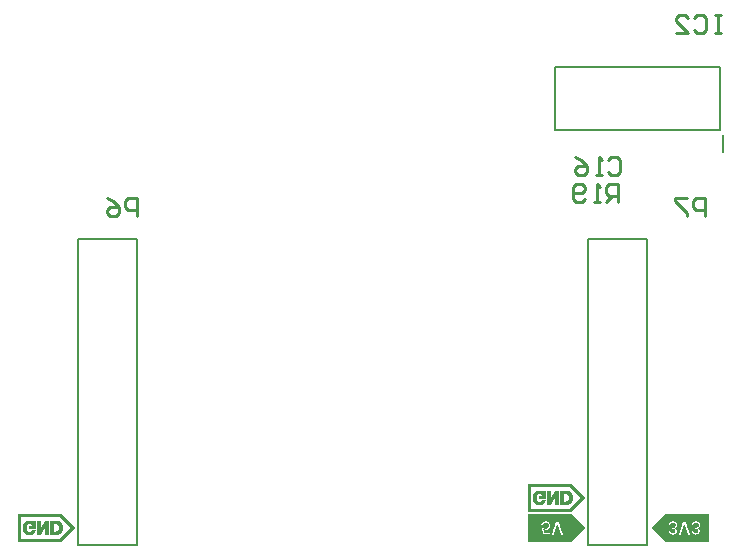
<source format=gbo>
G04*
G04 #@! TF.GenerationSoftware,Altium Limited,Altium Designer,19.1.5 (86)*
G04*
G04 Layer_Color=32896*
%FSLAX25Y25*%
%MOIN*%
G70*
G01*
G75*
%ADD10C,0.01000*%
%ADD12C,0.00787*%
%ADD15C,0.00050*%
D10*
X619500Y443000D02*
Y448998D01*
X616501D01*
X615501Y447998D01*
Y445999D01*
X616501Y444999D01*
X619500D01*
X617501D02*
X615501Y443000D01*
X613502D02*
X611503D01*
X612502D01*
Y448998D01*
X613502Y447998D01*
X608504Y444000D02*
X607504Y443000D01*
X605505D01*
X604505Y444000D01*
Y447998D01*
X605505Y448998D01*
X607504D01*
X608504Y447998D01*
Y446999D01*
X607504Y445999D01*
X604505D01*
X653900Y505398D02*
X651901D01*
X652900D01*
Y499400D01*
X653900D01*
X651901D01*
X644903Y504398D02*
X645903Y505398D01*
X647902D01*
X648902Y504398D01*
Y500400D01*
X647902Y499400D01*
X645903D01*
X644903Y500400D01*
X638905Y499400D02*
X642904D01*
X638905Y503399D01*
Y504398D01*
X639904Y505398D01*
X641904D01*
X642904Y504398D01*
X616151Y456998D02*
X617151Y457998D01*
X619150D01*
X620150Y456998D01*
Y453000D01*
X619150Y452000D01*
X617151D01*
X616151Y453000D01*
X614151Y452000D02*
X612152D01*
X613152D01*
Y457998D01*
X614151Y456998D01*
X605154Y457998D02*
X607154Y456998D01*
X609153Y454999D01*
Y453000D01*
X608153Y452000D01*
X606154D01*
X605154Y453000D01*
Y453999D01*
X606154Y454999D01*
X609153D01*
X459200Y438200D02*
Y444198D01*
X456201D01*
X455201Y443198D01*
Y441199D01*
X456201Y440199D01*
X459200D01*
X449203Y444198D02*
X451203Y443198D01*
X453202Y441199D01*
Y439200D01*
X452202Y438200D01*
X450203D01*
X449203Y439200D01*
Y440199D01*
X450203Y441199D01*
X453202D01*
X648500Y438300D02*
Y444298D01*
X645501D01*
X644501Y443298D01*
Y441299D01*
X645501Y440299D01*
X648500D01*
X642502Y444298D02*
X638503D01*
Y443298D01*
X642502Y439300D01*
Y438300D01*
D12*
X653559Y466870D02*
Y488130D01*
X598441D02*
X653559D01*
X598441Y466870D02*
Y488130D01*
Y466870D02*
X653559D01*
X654543Y459685D02*
Y465492D01*
X439750Y430500D02*
X459250D01*
X439750Y328500D02*
Y430500D01*
Y328500D02*
X459250D01*
Y430500D01*
X609750D02*
X629250D01*
X609750Y328500D02*
Y430500D01*
Y328500D02*
X629250D01*
Y430500D01*
D15*
X419500Y339000D02*
X433650D01*
X419500Y338950D02*
X433700D01*
X419500Y338900D02*
X433750D01*
X419500Y338850D02*
X433800D01*
X419500Y338800D02*
X433850D01*
X419500Y338750D02*
X433900D01*
X419500Y338700D02*
X433950D01*
X419500Y338650D02*
X434000D01*
X419500Y338600D02*
X434050D01*
X419500Y338550D02*
X434100D01*
X419500Y338500D02*
X434150D01*
X419500Y338450D02*
X434200D01*
X419500Y338400D02*
X434250D01*
X419500Y338350D02*
X434300D01*
X419500Y338300D02*
X434350D01*
X433350Y338250D02*
X434400D01*
X419500D02*
X420200D01*
X433400Y338200D02*
X434450D01*
X419500D02*
X420200D01*
X433450Y338150D02*
X434500D01*
X419500D02*
X420200D01*
X433500Y338100D02*
X434550D01*
X419500D02*
X420200D01*
X433550Y338050D02*
X434600D01*
X419500D02*
X420200D01*
X433600Y338000D02*
X434650D01*
X419500D02*
X420200D01*
X433650Y337950D02*
X434700D01*
X419500D02*
X420200D01*
X433700Y337900D02*
X434750D01*
X419500D02*
X420200D01*
X433750Y337850D02*
X434800D01*
X419500D02*
X420200D01*
X433800Y337800D02*
X434850D01*
X419500D02*
X420200D01*
X433850Y337750D02*
X434900D01*
X419500D02*
X420200D01*
X433900Y337700D02*
X434950D01*
X419500D02*
X420200D01*
X433950Y337650D02*
X435000D01*
X419500D02*
X420200D01*
X434000Y337600D02*
X435050D01*
X419500D02*
X420200D01*
X434050Y337550D02*
X435100D01*
X419500D02*
X420200D01*
X434100Y337500D02*
X435150D01*
X419500D02*
X420200D01*
X434150Y337450D02*
X435200D01*
X419500D02*
X420200D01*
X434200Y337400D02*
X435250D01*
X419500D02*
X420200D01*
X434250Y337350D02*
X435300D01*
X419500D02*
X420200D01*
X434300Y337300D02*
X435350D01*
X419500D02*
X420200D01*
X434350Y337250D02*
X435400D01*
X419500D02*
X420200D01*
X434400Y337200D02*
X435450D01*
X419500D02*
X420200D01*
X434450Y337150D02*
X435500D01*
X419500D02*
X420200D01*
X434500Y337100D02*
X435550D01*
X419500D02*
X420200D01*
X434550Y337050D02*
X435600D01*
X419500D02*
X420200D01*
X434600Y337000D02*
X435650D01*
X419500D02*
X420200D01*
X434650Y336950D02*
X435700D01*
X419500D02*
X420200D01*
X434700Y336900D02*
X435750D01*
X419500D02*
X420200D01*
X434750Y336850D02*
X435800D01*
X419500D02*
X420200D01*
X434800Y336800D02*
X435850D01*
X419500D02*
X420200D01*
X434850Y336750D02*
X435900D01*
X422950D02*
X423550D01*
X419500D02*
X420200D01*
X434900Y336700D02*
X435950D01*
X422700D02*
X423750D01*
X419500D02*
X420200D01*
X434950Y336650D02*
X436000D01*
X430350D02*
X432550D01*
X428600D02*
X429550D01*
X425950D02*
X426800D01*
X424550D02*
X425150D01*
X422550D02*
X423900D01*
X419500D02*
X420200D01*
X435000Y336600D02*
X436050D01*
X430350D02*
X432800D01*
X428550D02*
X429550D01*
X425950D02*
X426800D01*
X424550D02*
X425150D01*
X422400D02*
X424000D01*
X419500D02*
X420200D01*
X435050Y336550D02*
X436100D01*
X430350D02*
X432950D01*
X428550D02*
X429550D01*
X425950D02*
X426800D01*
X424550D02*
X425150D01*
X422300D02*
X424050D01*
X419500D02*
X420200D01*
X435100Y336500D02*
X436150D01*
X430350D02*
X433100D01*
X428500D02*
X429550D01*
X425950D02*
X426800D01*
X424500D02*
X425150D01*
X422200D02*
X424150D01*
X419500D02*
X420200D01*
X435150Y336450D02*
X436200D01*
X430350D02*
X433200D01*
X428450D02*
X429550D01*
X425950D02*
X426800D01*
X424500D02*
X425150D01*
X422100D02*
X424200D01*
X419500D02*
X420200D01*
X435200Y336400D02*
X436250D01*
X430350D02*
X433300D01*
X428450D02*
X429550D01*
X425950D02*
X426800D01*
X424500D02*
X425150D01*
X422050D02*
X424250D01*
X419500D02*
X420200D01*
X435250Y336350D02*
X436300D01*
X430350D02*
X433350D01*
X428400D02*
X429550D01*
X425950D02*
X426800D01*
X424500D02*
X425150D01*
X422000D02*
X424300D01*
X419500D02*
X420200D01*
X435300Y336300D02*
X436350D01*
X430350D02*
X433400D01*
X428350D02*
X429550D01*
X425950D02*
X426800D01*
X424500D02*
X425150D01*
X421900D02*
X424350D01*
X419500D02*
X420200D01*
X435350Y336250D02*
X436400D01*
X430350D02*
X433500D01*
X428350D02*
X429550D01*
X425950D02*
X426800D01*
X424500D02*
X425150D01*
X421850D02*
X424400D01*
X419500D02*
X420200D01*
X435400Y336200D02*
X436450D01*
X430350D02*
X433550D01*
X428300D02*
X429550D01*
X425950D02*
X426800D01*
X421800D02*
X425150D01*
X419500D02*
X420200D01*
X435450Y336150D02*
X436500D01*
X430350D02*
X433600D01*
X428300D02*
X429550D01*
X425950D02*
X426800D01*
X421750D02*
X425150D01*
X419500D02*
X420200D01*
X435500Y336100D02*
X436550D01*
X430350D02*
X433650D01*
X428250D02*
X429550D01*
X425950D02*
X426800D01*
X421700D02*
X425150D01*
X419500D02*
X420200D01*
X435550Y336050D02*
X436600D01*
X430350D02*
X433700D01*
X428200D02*
X429550D01*
X425950D02*
X426800D01*
X421700D02*
X425150D01*
X419500D02*
X420200D01*
X435600Y336000D02*
X436650D01*
X430350D02*
X433700D01*
X428200D02*
X429550D01*
X425950D02*
X426800D01*
X421650D02*
X425150D01*
X419500D02*
X420200D01*
X435650Y335950D02*
X436700D01*
X430350D02*
X433750D01*
X428150D02*
X429550D01*
X425950D02*
X426800D01*
X423550D02*
X425150D01*
X421600D02*
X423000D01*
X419500D02*
X420200D01*
X435700Y335900D02*
X436750D01*
X430350D02*
X433800D01*
X428150D02*
X429550D01*
X425950D02*
X426800D01*
X423750D02*
X425150D01*
X421550D02*
X422850D01*
X419500D02*
X420200D01*
X435750Y335850D02*
X436800D01*
X432400D02*
X433800D01*
X430350D02*
X431300D01*
X428100D02*
X429550D01*
X425950D02*
X426800D01*
X423850D02*
X425150D01*
X421550D02*
X422750D01*
X419500D02*
X420200D01*
X435800Y335800D02*
X436850D01*
X432550D02*
X433850D01*
X430350D02*
X431300D01*
X428050D02*
X429550D01*
X425950D02*
X426800D01*
X423900D02*
X425150D01*
X421500D02*
X422650D01*
X419500D02*
X420200D01*
X435850Y335750D02*
X436900D01*
X432650D02*
X433900D01*
X430350D02*
X431300D01*
X428050D02*
X429550D01*
X425950D02*
X426800D01*
X424000D02*
X425150D01*
X421450D02*
X422600D01*
X419500D02*
X420200D01*
X435900Y335700D02*
X436950D01*
X432750D02*
X433900D01*
X430350D02*
X431300D01*
X428000D02*
X429550D01*
X425950D02*
X426800D01*
X424050D02*
X425150D01*
X421450D02*
X422550D01*
X419500D02*
X420200D01*
X435950Y335650D02*
X437000D01*
X432800D02*
X433950D01*
X430350D02*
X431300D01*
X427950D02*
X429550D01*
X425950D02*
X426800D01*
X424100D02*
X425150D01*
X421400D02*
X422500D01*
X419500D02*
X420200D01*
X436000Y335600D02*
X437050D01*
X432900D02*
X433950D01*
X430350D02*
X431300D01*
X427950D02*
X429550D01*
X425950D02*
X426800D01*
X424100D02*
X425150D01*
X421400D02*
X422450D01*
X419500D02*
X420200D01*
X436050Y335550D02*
X437100D01*
X432900D02*
X434000D01*
X430350D02*
X431300D01*
X427900D02*
X429550D01*
X425950D02*
X426800D01*
X424150D02*
X425150D01*
X421400D02*
X422400D01*
X419500D02*
X420200D01*
X436100Y335500D02*
X437150D01*
X432950D02*
X434000D01*
X430350D02*
X431300D01*
X427900D02*
X429550D01*
X425950D02*
X426800D01*
X424200D02*
X425150D01*
X421350D02*
X422350D01*
X419500D02*
X420200D01*
X436150Y335450D02*
X437200D01*
X433000D02*
X434000D01*
X430350D02*
X431300D01*
X427850D02*
X429550D01*
X425950D02*
X426800D01*
X424200D02*
X425150D01*
X421350D02*
X422350D01*
X419500D02*
X420200D01*
X436200Y335400D02*
X437250D01*
X433050D02*
X434050D01*
X430350D02*
X431300D01*
X427800D02*
X429550D01*
X425950D02*
X426800D01*
X424250D02*
X425150D01*
X421300D02*
X422300D01*
X419500D02*
X420200D01*
X436250Y335350D02*
X437300D01*
X433050D02*
X434050D01*
X430350D02*
X431300D01*
X427800D02*
X429550D01*
X425950D02*
X426800D01*
X424250D02*
X425150D01*
X421300D02*
X422300D01*
X419500D02*
X420200D01*
X436300Y335300D02*
X437350D01*
X433100D02*
X434050D01*
X430350D02*
X431300D01*
X427750D02*
X429550D01*
X425950D02*
X426800D01*
X424250D02*
X425150D01*
X421300D02*
X422250D01*
X419500D02*
X420200D01*
X436350Y335250D02*
X437400D01*
X433100D02*
X434050D01*
X430350D02*
X431300D01*
X427700D02*
X429550D01*
X425950D02*
X426800D01*
X424250D02*
X425150D01*
X421250D02*
X422250D01*
X419500D02*
X420200D01*
X436400Y335200D02*
X437450D01*
X433150D02*
X434100D01*
X430350D02*
X431300D01*
X428650D02*
X429550D01*
X427700D02*
X428600D01*
X425950D02*
X426800D01*
X424300D02*
X425150D01*
X421250D02*
X422200D01*
X419500D02*
X420200D01*
X436450Y335150D02*
X437500D01*
X433150D02*
X434100D01*
X430350D02*
X431300D01*
X428650D02*
X429550D01*
X427650D02*
X428600D01*
X425950D02*
X426800D01*
X424300D02*
X425150D01*
X421250D02*
X422200D01*
X419500D02*
X420200D01*
X436500Y335100D02*
X437550D01*
X433150D02*
X434100D01*
X430350D02*
X431300D01*
X428650D02*
X429550D01*
X427650D02*
X428550D01*
X425950D02*
X426800D01*
X424300D02*
X425150D01*
X421250D02*
X422200D01*
X419500D02*
X420200D01*
X436550Y335050D02*
X437600D01*
X433150D02*
X434100D01*
X430350D02*
X431300D01*
X428650D02*
X429550D01*
X427600D02*
X428550D01*
X425950D02*
X426800D01*
X424300D02*
X425150D01*
X421250D02*
X422200D01*
X419500D02*
X420200D01*
X436600Y335000D02*
X437650D01*
X433200D02*
X434100D01*
X430350D02*
X431300D01*
X428650D02*
X429550D01*
X427550D02*
X428500D01*
X425950D02*
X426800D01*
X423350D02*
X425150D01*
X421200D02*
X422150D01*
X419500D02*
X420200D01*
X436650Y334950D02*
X437700D01*
X433200D02*
X434150D01*
X430350D02*
X431300D01*
X428650D02*
X429550D01*
X427550D02*
X428450D01*
X425950D02*
X426800D01*
X423350D02*
X425150D01*
X421200D02*
X422150D01*
X419500D02*
X420200D01*
X436700Y334900D02*
X437750D01*
X433200D02*
X434150D01*
X430350D02*
X431300D01*
X428650D02*
X429550D01*
X427500D02*
X428450D01*
X425950D02*
X426800D01*
X423350D02*
X425150D01*
X421200D02*
X422150D01*
X419500D02*
X420200D01*
X436750Y334850D02*
X437800D01*
X433200D02*
X434150D01*
X430350D02*
X431300D01*
X428650D02*
X429550D01*
X427500D02*
X428400D01*
X425950D02*
X426800D01*
X423350D02*
X425150D01*
X421200D02*
X422150D01*
X419500D02*
X420200D01*
X436800Y334800D02*
X437850D01*
X433200D02*
X434150D01*
X430350D02*
X431300D01*
X428650D02*
X429550D01*
X427450D02*
X428350D01*
X425950D02*
X426800D01*
X423350D02*
X425150D01*
X421200D02*
X422150D01*
X419500D02*
X420200D01*
X436850Y334750D02*
X437900D01*
X433200D02*
X434150D01*
X430350D02*
X431300D01*
X428650D02*
X429550D01*
X427400D02*
X428350D01*
X425950D02*
X426800D01*
X423350D02*
X425150D01*
X421200D02*
X422150D01*
X419500D02*
X420200D01*
X436900Y334700D02*
X437950D01*
X433200D02*
X434150D01*
X430350D02*
X431300D01*
X428650D02*
X429550D01*
X427400D02*
X428300D01*
X425950D02*
X426800D01*
X423350D02*
X425150D01*
X421200D02*
X422150D01*
X419500D02*
X420200D01*
X436950Y334650D02*
X438000D01*
X433200D02*
X434150D01*
X430350D02*
X431300D01*
X428650D02*
X429550D01*
X427350D02*
X428300D01*
X425950D02*
X426800D01*
X423350D02*
X425150D01*
X421200D02*
X422100D01*
X419500D02*
X420200D01*
X437000Y334600D02*
X438050D01*
X433200D02*
X434150D01*
X430350D02*
X431300D01*
X428650D02*
X429550D01*
X427300D02*
X428250D01*
X425950D02*
X426800D01*
X423350D02*
X425150D01*
X421200D02*
X422100D01*
X419500D02*
X420200D01*
X437050Y334550D02*
X438100D01*
X433200D02*
X434150D01*
X430350D02*
X431300D01*
X428650D02*
X429550D01*
X427300D02*
X428200D01*
X425950D02*
X426800D01*
X423350D02*
X425150D01*
X421200D02*
X422100D01*
X419500D02*
X420200D01*
X437100Y334500D02*
X438150D01*
X433200D02*
X434150D01*
X430350D02*
X431300D01*
X428650D02*
X429550D01*
X427250D02*
X428200D01*
X425950D02*
X426800D01*
X423350D02*
X425150D01*
X421200D02*
X422100D01*
X419500D02*
X420200D01*
X437050Y334450D02*
X438100D01*
X433200D02*
X434150D01*
X430350D02*
X431300D01*
X428650D02*
X429550D01*
X427250D02*
X428150D01*
X425950D02*
X426800D01*
X423350D02*
X425150D01*
X421200D02*
X422100D01*
X419500D02*
X420200D01*
X437000Y334400D02*
X438050D01*
X433200D02*
X434150D01*
X430350D02*
X431300D01*
X428650D02*
X429550D01*
X427200D02*
X428100D01*
X425950D02*
X426800D01*
X423350D02*
X425150D01*
X421200D02*
X422100D01*
X419500D02*
X420200D01*
X436950Y334350D02*
X438000D01*
X433200D02*
X434150D01*
X430350D02*
X431300D01*
X428650D02*
X429550D01*
X427150D02*
X428100D01*
X425950D02*
X426800D01*
X423350D02*
X425150D01*
X421200D02*
X422150D01*
X419500D02*
X420200D01*
X436900Y334300D02*
X437950D01*
X433200D02*
X434150D01*
X430350D02*
X431300D01*
X428650D02*
X429550D01*
X427150D02*
X428050D01*
X425950D02*
X426800D01*
X421200D02*
X422150D01*
X419500D02*
X420200D01*
X436850Y334250D02*
X437900D01*
X433200D02*
X434150D01*
X430350D02*
X431300D01*
X428650D02*
X429550D01*
X427100D02*
X428050D01*
X425950D02*
X426800D01*
X421200D02*
X422150D01*
X419500D02*
X420200D01*
X436800Y334200D02*
X437850D01*
X433200D02*
X434150D01*
X430350D02*
X431300D01*
X428650D02*
X429550D01*
X427100D02*
X428000D01*
X425950D02*
X426800D01*
X421200D02*
X422150D01*
X419500D02*
X420200D01*
X436750Y334150D02*
X437800D01*
X433200D02*
X434150D01*
X430350D02*
X431300D01*
X428650D02*
X429550D01*
X427050D02*
X427950D01*
X425950D02*
X426800D01*
X421200D02*
X422150D01*
X419500D02*
X420200D01*
X436700Y334100D02*
X437750D01*
X433200D02*
X434150D01*
X430350D02*
X431300D01*
X428650D02*
X429550D01*
X427000D02*
X427950D01*
X425950D02*
X426800D01*
X421200D02*
X422150D01*
X419500D02*
X420200D01*
X436650Y334050D02*
X437700D01*
X433150D02*
X434150D01*
X430350D02*
X431300D01*
X428650D02*
X429550D01*
X427000D02*
X427900D01*
X425950D02*
X426800D01*
X421200D02*
X422150D01*
X419500D02*
X420200D01*
X436600Y334000D02*
X437650D01*
X433150D02*
X434150D01*
X430350D02*
X431300D01*
X428650D02*
X429550D01*
X426950D02*
X427900D01*
X425950D02*
X426800D01*
X421250D02*
X422200D01*
X419500D02*
X420200D01*
X436550Y333950D02*
X437600D01*
X433150D02*
X434100D01*
X430350D02*
X431300D01*
X428650D02*
X429550D01*
X426900D02*
X427850D01*
X425950D02*
X426800D01*
X421250D02*
X422200D01*
X419500D02*
X420200D01*
X436500Y333900D02*
X437550D01*
X433150D02*
X434100D01*
X430350D02*
X431300D01*
X428650D02*
X429550D01*
X426900D02*
X427800D01*
X425950D02*
X426800D01*
X421250D02*
X422200D01*
X419500D02*
X420200D01*
X436450Y333850D02*
X437500D01*
X433100D02*
X434100D01*
X430350D02*
X431300D01*
X428650D02*
X429550D01*
X426850D02*
X427800D01*
X425950D02*
X426800D01*
X421250D02*
X422200D01*
X419500D02*
X420200D01*
X436400Y333800D02*
X437450D01*
X433100D02*
X434100D01*
X430350D02*
X431300D01*
X428650D02*
X429550D01*
X425950D02*
X427750D01*
X421250D02*
X422250D01*
X419500D02*
X420200D01*
X436350Y333750D02*
X437400D01*
X433100D02*
X434100D01*
X430350D02*
X431300D01*
X428650D02*
X429550D01*
X425950D02*
X427700D01*
X424200D02*
X425100D01*
X421300D02*
X422250D01*
X419500D02*
X420200D01*
X436300Y333700D02*
X437350D01*
X433050D02*
X434050D01*
X430350D02*
X431300D01*
X428650D02*
X429550D01*
X425950D02*
X427700D01*
X424150D02*
X425100D01*
X421300D02*
X422300D01*
X419500D02*
X420200D01*
X436250Y333650D02*
X437300D01*
X433000D02*
X434050D01*
X430350D02*
X431300D01*
X428650D02*
X429550D01*
X425950D02*
X427650D01*
X424150D02*
X425050D01*
X421300D02*
X422300D01*
X419500D02*
X420200D01*
X436200Y333600D02*
X437250D01*
X433000D02*
X434050D01*
X430350D02*
X431300D01*
X428650D02*
X429550D01*
X425950D02*
X427650D01*
X424150D02*
X425050D01*
X421350D02*
X422350D01*
X419500D02*
X420200D01*
X436150Y333550D02*
X437200D01*
X432950D02*
X434000D01*
X430350D02*
X431300D01*
X428650D02*
X429550D01*
X425950D02*
X427600D01*
X424100D02*
X425050D01*
X421350D02*
X422350D01*
X419500D02*
X420200D01*
X436100Y333500D02*
X437150D01*
X432900D02*
X434000D01*
X430350D02*
X431300D01*
X428650D02*
X429550D01*
X425950D02*
X427550D01*
X424100D02*
X425050D01*
X421400D02*
X422400D01*
X419500D02*
X420200D01*
X436050Y333450D02*
X437100D01*
X432850D02*
X433950D01*
X430350D02*
X431300D01*
X428650D02*
X429550D01*
X425950D02*
X427550D01*
X424050D02*
X425050D01*
X421400D02*
X422450D01*
X419500D02*
X420200D01*
X436000Y333400D02*
X437050D01*
X432800D02*
X433950D01*
X430350D02*
X431300D01*
X428650D02*
X429550D01*
X425950D02*
X427500D01*
X424000D02*
X425000D01*
X421400D02*
X422450D01*
X419500D02*
X420200D01*
X435950Y333350D02*
X437000D01*
X432750D02*
X433950D01*
X430350D02*
X431300D01*
X428650D02*
X429550D01*
X425950D02*
X427450D01*
X424000D02*
X425000D01*
X421450D02*
X422500D01*
X419500D02*
X420200D01*
X435900Y333300D02*
X436950D01*
X432650D02*
X433900D01*
X430350D02*
X431300D01*
X428650D02*
X429550D01*
X425950D02*
X427450D01*
X423950D02*
X424950D01*
X421450D02*
X422550D01*
X419500D02*
X420200D01*
X435850Y333250D02*
X436900D01*
X432550D02*
X433850D01*
X430350D02*
X431300D01*
X428650D02*
X429550D01*
X425950D02*
X427400D01*
X423900D02*
X424950D01*
X421500D02*
X422650D01*
X419500D02*
X420200D01*
X435800Y333200D02*
X436850D01*
X432400D02*
X433850D01*
X430350D02*
X431300D01*
X428650D02*
X429550D01*
X425950D02*
X427400D01*
X423800D02*
X424950D01*
X421550D02*
X422700D01*
X419500D02*
X420200D01*
X435750Y333150D02*
X436800D01*
X430350D02*
X433800D01*
X428650D02*
X429550D01*
X425950D02*
X427350D01*
X423700D02*
X424900D01*
X421550D02*
X422800D01*
X419500D02*
X420200D01*
X435700Y333100D02*
X436750D01*
X430350D02*
X433800D01*
X428650D02*
X429550D01*
X425950D02*
X427300D01*
X423600D02*
X424850D01*
X421600D02*
X422950D01*
X419500D02*
X420200D01*
X435650Y333050D02*
X436700D01*
X430350D02*
X433750D01*
X428650D02*
X429550D01*
X425950D02*
X427300D01*
X421650D02*
X424850D01*
X419500D02*
X420200D01*
X435600Y333000D02*
X436650D01*
X430350D02*
X433700D01*
X428650D02*
X429550D01*
X425950D02*
X427250D01*
X421650D02*
X424800D01*
X419500D02*
X420200D01*
X435550Y332950D02*
X436600D01*
X430350D02*
X433650D01*
X428650D02*
X429550D01*
X425950D02*
X427250D01*
X421700D02*
X424750D01*
X419500D02*
X420200D01*
X435500Y332900D02*
X436550D01*
X430350D02*
X433600D01*
X428650D02*
X429550D01*
X425950D02*
X427200D01*
X421750D02*
X424750D01*
X419500D02*
X420200D01*
X435450Y332850D02*
X436500D01*
X430350D02*
X433550D01*
X428650D02*
X429550D01*
X425950D02*
X427150D01*
X421800D02*
X424700D01*
X419500D02*
X420200D01*
X435400Y332800D02*
X436450D01*
X430350D02*
X433500D01*
X428650D02*
X429550D01*
X425950D02*
X427150D01*
X421850D02*
X424650D01*
X419500D02*
X420200D01*
X435350Y332750D02*
X436400D01*
X430350D02*
X433450D01*
X428650D02*
X429550D01*
X425950D02*
X427100D01*
X421900D02*
X424600D01*
X419500D02*
X420200D01*
X435300Y332700D02*
X436350D01*
X430350D02*
X433400D01*
X428650D02*
X429550D01*
X425950D02*
X427050D01*
X421950D02*
X424550D01*
X419500D02*
X420200D01*
X435250Y332650D02*
X436300D01*
X430350D02*
X433300D01*
X428650D02*
X429550D01*
X425950D02*
X427050D01*
X422000D02*
X424500D01*
X419500D02*
X420200D01*
X435200Y332600D02*
X436250D01*
X430350D02*
X433250D01*
X428650D02*
X429550D01*
X425950D02*
X427000D01*
X422100D02*
X424400D01*
X419500D02*
X420200D01*
X435150Y332550D02*
X436200D01*
X430350D02*
X433100D01*
X428650D02*
X429550D01*
X425950D02*
X427000D01*
X422150D02*
X424350D01*
X419500D02*
X420200D01*
X435100Y332500D02*
X436150D01*
X430350D02*
X433000D01*
X428650D02*
X429550D01*
X425950D02*
X426950D01*
X422250D02*
X424250D01*
X419500D02*
X420200D01*
X435050Y332450D02*
X436100D01*
X430350D02*
X432850D01*
X428650D02*
X429550D01*
X425950D02*
X426900D01*
X422350D02*
X424150D01*
X419500D02*
X420200D01*
X435000Y332400D02*
X436050D01*
X430350D02*
X432650D01*
X428650D02*
X429550D01*
X425950D02*
X426900D01*
X422500D02*
X424050D01*
X419500D02*
X420200D01*
X434950Y332350D02*
X436000D01*
X422650D02*
X423900D01*
X419500D02*
X420200D01*
X434900Y332300D02*
X435950D01*
X422850D02*
X423700D01*
X419500D02*
X420200D01*
X434850Y332250D02*
X435900D01*
X419500D02*
X420200D01*
X434800Y332200D02*
X435850D01*
X419500D02*
X420200D01*
X434750Y332150D02*
X435800D01*
X419500D02*
X420200D01*
X434700Y332100D02*
X435750D01*
X419500D02*
X420200D01*
X434650Y332050D02*
X435700D01*
X419500D02*
X420200D01*
X434600Y332000D02*
X435650D01*
X419500D02*
X420200D01*
X434550Y331950D02*
X435600D01*
X419500D02*
X420200D01*
X434500Y331900D02*
X435550D01*
X419500D02*
X420200D01*
X434450Y331850D02*
X435500D01*
X419500D02*
X420200D01*
X434400Y331800D02*
X435450D01*
X419500D02*
X420200D01*
X434350Y331750D02*
X435400D01*
X419500D02*
X420200D01*
X434300Y331700D02*
X435350D01*
X419500D02*
X420200D01*
X434250Y331650D02*
X435300D01*
X419500D02*
X420200D01*
X434200Y331600D02*
X435250D01*
X419500D02*
X420200D01*
X434150Y331550D02*
X435200D01*
X419500D02*
X420200D01*
X434100Y331500D02*
X435150D01*
X419500D02*
X420200D01*
X434050Y331450D02*
X435100D01*
X419500D02*
X420200D01*
X434000Y331400D02*
X435050D01*
X419500D02*
X420200D01*
X433950Y331350D02*
X435000D01*
X419500D02*
X420200D01*
X433900Y331300D02*
X434950D01*
X419500D02*
X420200D01*
X433850Y331250D02*
X434900D01*
X419500D02*
X420200D01*
X433800Y331200D02*
X434850D01*
X419500D02*
X420200D01*
X433750Y331150D02*
X434800D01*
X419500D02*
X420200D01*
X433700Y331100D02*
X434750D01*
X419500D02*
X420200D01*
X433650Y331050D02*
X434700D01*
X419500D02*
X420200D01*
X433600Y331000D02*
X434650D01*
X419500D02*
X420200D01*
X433550Y330950D02*
X434600D01*
X419500D02*
X420200D01*
X433500Y330900D02*
X434550D01*
X419500D02*
X420200D01*
X433450Y330850D02*
X434500D01*
X419500D02*
X420200D01*
X433400Y330800D02*
X434450D01*
X419500D02*
X420200D01*
X433350Y330750D02*
X434400D01*
X419500D02*
X420200D01*
X419500Y330700D02*
X434350D01*
X419500Y330650D02*
X434300D01*
X419500Y330600D02*
X434250D01*
X419500Y330550D02*
X434200D01*
X419500Y330500D02*
X434150D01*
X419500Y330450D02*
X434100D01*
X419500Y330400D02*
X434050D01*
X419500Y330350D02*
X434000D01*
X419500Y330300D02*
X433950D01*
X419500Y330250D02*
X433900D01*
X419500Y330200D02*
X433850D01*
X419500Y330150D02*
X433800D01*
X419500Y330100D02*
X433750D01*
X419500Y330050D02*
X433700D01*
X419500Y330000D02*
X433650D01*
X589500Y340000D02*
X603650D01*
X589500Y340050D02*
X603700D01*
X589500Y340100D02*
X603750D01*
X589500Y340150D02*
X603800D01*
X589500Y340200D02*
X603850D01*
X589500Y340250D02*
X603900D01*
X589500Y340300D02*
X603950D01*
X589500Y340350D02*
X604000D01*
X589500Y340400D02*
X604050D01*
X589500Y340450D02*
X604100D01*
X589500Y340500D02*
X604150D01*
X589500Y340550D02*
X604200D01*
X589500Y340600D02*
X604250D01*
X589500Y340650D02*
X604300D01*
X589500Y340700D02*
X604350D01*
X589500Y340750D02*
X590200D01*
X603350D02*
X604400D01*
X589500Y340800D02*
X590200D01*
X603400D02*
X604450D01*
X589500Y340850D02*
X590200D01*
X603450D02*
X604500D01*
X589500Y340900D02*
X590200D01*
X603500D02*
X604550D01*
X589500Y340950D02*
X590200D01*
X603550D02*
X604600D01*
X589500Y341000D02*
X590200D01*
X603600D02*
X604650D01*
X589500Y341050D02*
X590200D01*
X603650D02*
X604700D01*
X589500Y341100D02*
X590200D01*
X603700D02*
X604750D01*
X589500Y341150D02*
X590200D01*
X603750D02*
X604800D01*
X589500Y341200D02*
X590200D01*
X603800D02*
X604850D01*
X589500Y341250D02*
X590200D01*
X603850D02*
X604900D01*
X589500Y341300D02*
X590200D01*
X603900D02*
X604950D01*
X589500Y341350D02*
X590200D01*
X603950D02*
X605000D01*
X589500Y341400D02*
X590200D01*
X604000D02*
X605050D01*
X589500Y341450D02*
X590200D01*
X604050D02*
X605100D01*
X589500Y341500D02*
X590200D01*
X604100D02*
X605150D01*
X589500Y341550D02*
X590200D01*
X604150D02*
X605200D01*
X589500Y341600D02*
X590200D01*
X604200D02*
X605250D01*
X589500Y341650D02*
X590200D01*
X604250D02*
X605300D01*
X589500Y341700D02*
X590200D01*
X604300D02*
X605350D01*
X589500Y341750D02*
X590200D01*
X604350D02*
X605400D01*
X589500Y341800D02*
X590200D01*
X604400D02*
X605450D01*
X589500Y341850D02*
X590200D01*
X604450D02*
X605500D01*
X589500Y341900D02*
X590200D01*
X604500D02*
X605550D01*
X589500Y341950D02*
X590200D01*
X604550D02*
X605600D01*
X589500Y342000D02*
X590200D01*
X604600D02*
X605650D01*
X589500Y342050D02*
X590200D01*
X604650D02*
X605700D01*
X589500Y342100D02*
X590200D01*
X604700D02*
X605750D01*
X589500Y342150D02*
X590200D01*
X604750D02*
X605800D01*
X589500Y342200D02*
X590200D01*
X604800D02*
X605850D01*
X589500Y342250D02*
X590200D01*
X604850D02*
X605900D01*
X589500Y342300D02*
X590200D01*
X592850D02*
X593700D01*
X604900D02*
X605950D01*
X589500Y342350D02*
X590200D01*
X592650D02*
X593900D01*
X604950D02*
X606000D01*
X589500Y342400D02*
X590200D01*
X592500D02*
X594050D01*
X595950D02*
X596900D01*
X598650D02*
X599550D01*
X600350D02*
X602650D01*
X605000D02*
X606050D01*
X589500Y342450D02*
X590200D01*
X592350D02*
X594150D01*
X595950D02*
X596900D01*
X598650D02*
X599550D01*
X600350D02*
X602850D01*
X605050D02*
X606100D01*
X589500Y342500D02*
X590200D01*
X592250D02*
X594250D01*
X595950D02*
X596950D01*
X598650D02*
X599550D01*
X600350D02*
X603000D01*
X605100D02*
X606150D01*
X589500Y342550D02*
X590200D01*
X592150D02*
X594350D01*
X595950D02*
X597000D01*
X598650D02*
X599550D01*
X600350D02*
X603100D01*
X605150D02*
X606200D01*
X589500Y342600D02*
X590200D01*
X592100D02*
X594400D01*
X595950D02*
X597000D01*
X598650D02*
X599550D01*
X600350D02*
X603250D01*
X605200D02*
X606250D01*
X589500Y342650D02*
X590200D01*
X592000D02*
X594500D01*
X595950D02*
X597050D01*
X598650D02*
X599550D01*
X600350D02*
X603300D01*
X605250D02*
X606300D01*
X589500Y342700D02*
X590200D01*
X591950D02*
X594550D01*
X595950D02*
X597050D01*
X598650D02*
X599550D01*
X600350D02*
X603400D01*
X605300D02*
X606350D01*
X589500Y342750D02*
X590200D01*
X591900D02*
X594600D01*
X595950D02*
X597100D01*
X598650D02*
X599550D01*
X600350D02*
X603450D01*
X605350D02*
X606400D01*
X589500Y342800D02*
X590200D01*
X591850D02*
X594650D01*
X595950D02*
X597150D01*
X598650D02*
X599550D01*
X600350D02*
X603500D01*
X605400D02*
X606450D01*
X589500Y342850D02*
X590200D01*
X591800D02*
X594700D01*
X595950D02*
X597150D01*
X598650D02*
X599550D01*
X600350D02*
X603550D01*
X605450D02*
X606500D01*
X589500Y342900D02*
X590200D01*
X591750D02*
X594750D01*
X595950D02*
X597200D01*
X598650D02*
X599550D01*
X600350D02*
X603600D01*
X605500D02*
X606550D01*
X589500Y342950D02*
X590200D01*
X591700D02*
X594750D01*
X595950D02*
X597250D01*
X598650D02*
X599550D01*
X600350D02*
X603650D01*
X605550D02*
X606600D01*
X589500Y343000D02*
X590200D01*
X591650D02*
X594800D01*
X595950D02*
X597250D01*
X598650D02*
X599550D01*
X600350D02*
X603700D01*
X605600D02*
X606650D01*
X589500Y343050D02*
X590200D01*
X591650D02*
X594850D01*
X595950D02*
X597300D01*
X598650D02*
X599550D01*
X600350D02*
X603750D01*
X605650D02*
X606700D01*
X589500Y343100D02*
X590200D01*
X591600D02*
X592950D01*
X593600D02*
X594850D01*
X595950D02*
X597300D01*
X598650D02*
X599550D01*
X600350D02*
X603800D01*
X605700D02*
X606750D01*
X589500Y343150D02*
X590200D01*
X591550D02*
X592800D01*
X593700D02*
X594900D01*
X595950D02*
X597350D01*
X598650D02*
X599550D01*
X600350D02*
X603800D01*
X605750D02*
X606800D01*
X589500Y343200D02*
X590200D01*
X591550D02*
X592700D01*
X593800D02*
X594950D01*
X595950D02*
X597400D01*
X598650D02*
X599550D01*
X600350D02*
X601300D01*
X602400D02*
X603850D01*
X605800D02*
X606850D01*
X589500Y343250D02*
X590200D01*
X591500D02*
X592650D01*
X593900D02*
X594950D01*
X595950D02*
X597400D01*
X598650D02*
X599550D01*
X600350D02*
X601300D01*
X602550D02*
X603850D01*
X605850D02*
X606900D01*
X589500Y343300D02*
X590200D01*
X591450D02*
X592550D01*
X593950D02*
X594950D01*
X595950D02*
X597450D01*
X598650D02*
X599550D01*
X600350D02*
X601300D01*
X602650D02*
X603900D01*
X605900D02*
X606950D01*
X589500Y343350D02*
X590200D01*
X591450D02*
X592500D01*
X594000D02*
X595000D01*
X595950D02*
X597450D01*
X598650D02*
X599550D01*
X600350D02*
X601300D01*
X602750D02*
X603950D01*
X605950D02*
X607000D01*
X589500Y343400D02*
X590200D01*
X591400D02*
X592450D01*
X594000D02*
X595000D01*
X595950D02*
X597500D01*
X598650D02*
X599550D01*
X600350D02*
X601300D01*
X602800D02*
X603950D01*
X606000D02*
X607050D01*
X589500Y343450D02*
X590200D01*
X591400D02*
X592450D01*
X594050D02*
X595050D01*
X595950D02*
X597550D01*
X598650D02*
X599550D01*
X600350D02*
X601300D01*
X602850D02*
X603950D01*
X606050D02*
X607100D01*
X589500Y343500D02*
X590200D01*
X591400D02*
X592400D01*
X594100D02*
X595050D01*
X595950D02*
X597550D01*
X598650D02*
X599550D01*
X600350D02*
X601300D01*
X602900D02*
X604000D01*
X606100D02*
X607150D01*
X589500Y343550D02*
X590200D01*
X591350D02*
X592350D01*
X594100D02*
X595050D01*
X595950D02*
X597600D01*
X598650D02*
X599550D01*
X600350D02*
X601300D01*
X602950D02*
X604000D01*
X606150D02*
X607200D01*
X589500Y343600D02*
X590200D01*
X591350D02*
X592350D01*
X594150D02*
X595050D01*
X595950D02*
X597650D01*
X598650D02*
X599550D01*
X600350D02*
X601300D01*
X603000D02*
X604050D01*
X606200D02*
X607250D01*
X589500Y343650D02*
X590200D01*
X591300D02*
X592300D01*
X594150D02*
X595050D01*
X595950D02*
X597650D01*
X598650D02*
X599550D01*
X600350D02*
X601300D01*
X603000D02*
X604050D01*
X606250D02*
X607300D01*
X589500Y343700D02*
X590200D01*
X591300D02*
X592300D01*
X594150D02*
X595100D01*
X595950D02*
X597700D01*
X598650D02*
X599550D01*
X600350D02*
X601300D01*
X603050D02*
X604050D01*
X606300D02*
X607350D01*
X589500Y343750D02*
X590200D01*
X591300D02*
X592250D01*
X594200D02*
X595100D01*
X595950D02*
X597700D01*
X598650D02*
X599550D01*
X600350D02*
X601300D01*
X603100D02*
X604100D01*
X606350D02*
X607400D01*
X589500Y343800D02*
X590200D01*
X591250D02*
X592250D01*
X595950D02*
X597750D01*
X598650D02*
X599550D01*
X600350D02*
X601300D01*
X603100D02*
X604100D01*
X606400D02*
X607450D01*
X589500Y343850D02*
X590200D01*
X591250D02*
X592200D01*
X595950D02*
X596800D01*
X596850D02*
X597800D01*
X598650D02*
X599550D01*
X600350D02*
X601300D01*
X603100D02*
X604100D01*
X606450D02*
X607500D01*
X589500Y343900D02*
X590200D01*
X591250D02*
X592200D01*
X595950D02*
X596800D01*
X596900D02*
X597800D01*
X598650D02*
X599550D01*
X600350D02*
X601300D01*
X603150D02*
X604100D01*
X606500D02*
X607550D01*
X589500Y343950D02*
X590200D01*
X591250D02*
X592200D01*
X595950D02*
X596800D01*
X596900D02*
X597850D01*
X598650D02*
X599550D01*
X600350D02*
X601300D01*
X603150D02*
X604100D01*
X606550D02*
X607600D01*
X589500Y344000D02*
X590200D01*
X591250D02*
X592200D01*
X595950D02*
X596800D01*
X596950D02*
X597900D01*
X598650D02*
X599550D01*
X600350D02*
X601300D01*
X603150D02*
X604150D01*
X606600D02*
X607650D01*
X589500Y344050D02*
X590200D01*
X591200D02*
X592150D01*
X595950D02*
X596800D01*
X597000D02*
X597900D01*
X598650D02*
X599550D01*
X600350D02*
X601300D01*
X603150D02*
X604150D01*
X606650D02*
X607700D01*
X589500Y344100D02*
X590200D01*
X591200D02*
X592150D01*
X595950D02*
X596800D01*
X597000D02*
X597950D01*
X598650D02*
X599550D01*
X600350D02*
X601300D01*
X603200D02*
X604150D01*
X606700D02*
X607750D01*
X589500Y344150D02*
X590200D01*
X591200D02*
X592150D01*
X595950D02*
X596800D01*
X597050D02*
X597950D01*
X598650D02*
X599550D01*
X600350D02*
X601300D01*
X603200D02*
X604150D01*
X606750D02*
X607800D01*
X589500Y344200D02*
X590200D01*
X591200D02*
X592150D01*
X595950D02*
X596800D01*
X597100D02*
X598000D01*
X598650D02*
X599550D01*
X600350D02*
X601300D01*
X603200D02*
X604150D01*
X606800D02*
X607850D01*
X589500Y344250D02*
X590200D01*
X591200D02*
X592150D01*
X595950D02*
X596800D01*
X597100D02*
X598050D01*
X598650D02*
X599550D01*
X600350D02*
X601300D01*
X603200D02*
X604150D01*
X606850D02*
X607900D01*
X589500Y344300D02*
X590200D01*
X591200D02*
X592150D01*
X595950D02*
X596800D01*
X597150D02*
X598050D01*
X598650D02*
X599550D01*
X600350D02*
X601300D01*
X603200D02*
X604150D01*
X606900D02*
X607950D01*
X589500Y344350D02*
X590200D01*
X591200D02*
X592150D01*
X593350D02*
X595150D01*
X595950D02*
X596800D01*
X597150D02*
X598100D01*
X598650D02*
X599550D01*
X600350D02*
X601300D01*
X603200D02*
X604150D01*
X606950D02*
X608000D01*
X589500Y344400D02*
X590200D01*
X591200D02*
X592100D01*
X593350D02*
X595150D01*
X595950D02*
X596800D01*
X597200D02*
X598100D01*
X598650D02*
X599550D01*
X600350D02*
X601300D01*
X603200D02*
X604150D01*
X607000D02*
X608050D01*
X589500Y344450D02*
X590200D01*
X591200D02*
X592100D01*
X593350D02*
X595150D01*
X595950D02*
X596800D01*
X597250D02*
X598150D01*
X598650D02*
X599550D01*
X600350D02*
X601300D01*
X603200D02*
X604150D01*
X607050D02*
X608100D01*
X589500Y344500D02*
X590200D01*
X591200D02*
X592100D01*
X593350D02*
X595150D01*
X595950D02*
X596800D01*
X597250D02*
X598200D01*
X598650D02*
X599550D01*
X600350D02*
X601300D01*
X603200D02*
X604150D01*
X607100D02*
X608150D01*
X589500Y344550D02*
X590200D01*
X591200D02*
X592100D01*
X593350D02*
X595150D01*
X595950D02*
X596800D01*
X597300D02*
X598200D01*
X598650D02*
X599550D01*
X600350D02*
X601300D01*
X603200D02*
X604150D01*
X607050D02*
X608100D01*
X589500Y344600D02*
X590200D01*
X591200D02*
X592100D01*
X593350D02*
X595150D01*
X595950D02*
X596800D01*
X597300D02*
X598250D01*
X598650D02*
X599550D01*
X600350D02*
X601300D01*
X603200D02*
X604150D01*
X607000D02*
X608050D01*
X589500Y344650D02*
X590200D01*
X591200D02*
X592100D01*
X593350D02*
X595150D01*
X595950D02*
X596800D01*
X597350D02*
X598300D01*
X598650D02*
X599550D01*
X600350D02*
X601300D01*
X603200D02*
X604150D01*
X606950D02*
X608000D01*
X589500Y344700D02*
X590200D01*
X591200D02*
X592150D01*
X593350D02*
X595150D01*
X595950D02*
X596800D01*
X597400D02*
X598300D01*
X598650D02*
X599550D01*
X600350D02*
X601300D01*
X603200D02*
X604150D01*
X606900D02*
X607950D01*
X589500Y344750D02*
X590200D01*
X591200D02*
X592150D01*
X593350D02*
X595150D01*
X595950D02*
X596800D01*
X597400D02*
X598350D01*
X598650D02*
X599550D01*
X600350D02*
X601300D01*
X603200D02*
X604150D01*
X606850D02*
X607900D01*
X589500Y344800D02*
X590200D01*
X591200D02*
X592150D01*
X593350D02*
X595150D01*
X595950D02*
X596800D01*
X597450D02*
X598350D01*
X598650D02*
X599550D01*
X600350D02*
X601300D01*
X603200D02*
X604150D01*
X606800D02*
X607850D01*
X589500Y344850D02*
X590200D01*
X591200D02*
X592150D01*
X593350D02*
X595150D01*
X595950D02*
X596800D01*
X597500D02*
X598400D01*
X598650D02*
X599550D01*
X600350D02*
X601300D01*
X603200D02*
X604150D01*
X606750D02*
X607800D01*
X589500Y344900D02*
X590200D01*
X591200D02*
X592150D01*
X593350D02*
X595150D01*
X595950D02*
X596800D01*
X597500D02*
X598450D01*
X598650D02*
X599550D01*
X600350D02*
X601300D01*
X603200D02*
X604150D01*
X606700D02*
X607750D01*
X589500Y344950D02*
X590200D01*
X591200D02*
X592150D01*
X593350D02*
X595150D01*
X595950D02*
X596800D01*
X597550D02*
X598450D01*
X598650D02*
X599550D01*
X600350D02*
X601300D01*
X603200D02*
X604150D01*
X606650D02*
X607700D01*
X589500Y345000D02*
X590200D01*
X591200D02*
X592150D01*
X593350D02*
X595150D01*
X595950D02*
X596800D01*
X597550D02*
X598500D01*
X598650D02*
X599550D01*
X600350D02*
X601300D01*
X603200D02*
X604100D01*
X606600D02*
X607650D01*
X589500Y345050D02*
X590200D01*
X591250D02*
X592200D01*
X594300D02*
X595150D01*
X595950D02*
X596800D01*
X597600D02*
X598550D01*
X598650D02*
X599550D01*
X600350D02*
X601300D01*
X603150D02*
X604100D01*
X606550D02*
X607600D01*
X589500Y345100D02*
X590200D01*
X591250D02*
X592200D01*
X594300D02*
X595150D01*
X595950D02*
X596800D01*
X597650D02*
X598550D01*
X598650D02*
X599550D01*
X600350D02*
X601300D01*
X603150D02*
X604100D01*
X606500D02*
X607550D01*
X589500Y345150D02*
X590200D01*
X591250D02*
X592200D01*
X594300D02*
X595150D01*
X595950D02*
X596800D01*
X597650D02*
X598600D01*
X598650D02*
X599550D01*
X600350D02*
X601300D01*
X603150D02*
X604100D01*
X606450D02*
X607500D01*
X589500Y345200D02*
X590200D01*
X591250D02*
X592200D01*
X594300D02*
X595150D01*
X595950D02*
X596800D01*
X597700D02*
X598600D01*
X598650D02*
X599550D01*
X600350D02*
X601300D01*
X603150D02*
X604100D01*
X606400D02*
X607450D01*
X589500Y345250D02*
X590200D01*
X591250D02*
X592250D01*
X594250D02*
X595150D01*
X595950D02*
X596800D01*
X597700D02*
X599550D01*
X600350D02*
X601300D01*
X603100D02*
X604050D01*
X606350D02*
X607400D01*
X589500Y345300D02*
X590200D01*
X591300D02*
X592250D01*
X594250D02*
X595150D01*
X595950D02*
X596800D01*
X597750D02*
X599550D01*
X600350D02*
X601300D01*
X603100D02*
X604050D01*
X606300D02*
X607350D01*
X589500Y345350D02*
X590200D01*
X591300D02*
X592300D01*
X594250D02*
X595150D01*
X595950D02*
X596800D01*
X597800D02*
X599550D01*
X600350D02*
X601300D01*
X603050D02*
X604050D01*
X606250D02*
X607300D01*
X589500Y345400D02*
X590200D01*
X591300D02*
X592300D01*
X594250D02*
X595150D01*
X595950D02*
X596800D01*
X597800D02*
X599550D01*
X600350D02*
X601300D01*
X603050D02*
X604050D01*
X606200D02*
X607250D01*
X589500Y345450D02*
X590200D01*
X591350D02*
X592350D01*
X594200D02*
X595150D01*
X595950D02*
X596800D01*
X597850D02*
X599550D01*
X600350D02*
X601300D01*
X603000D02*
X604000D01*
X606150D02*
X607200D01*
X589500Y345500D02*
X590200D01*
X591350D02*
X592350D01*
X594200D02*
X595150D01*
X595950D02*
X596800D01*
X597900D02*
X599550D01*
X600350D02*
X601300D01*
X602950D02*
X604000D01*
X606100D02*
X607150D01*
X589500Y345550D02*
X590200D01*
X591400D02*
X592400D01*
X594150D02*
X595150D01*
X595950D02*
X596800D01*
X597900D02*
X599550D01*
X600350D02*
X601300D01*
X602900D02*
X604000D01*
X606050D02*
X607100D01*
X589500Y345600D02*
X590200D01*
X591400D02*
X592450D01*
X594100D02*
X595150D01*
X595950D02*
X596800D01*
X597950D02*
X599550D01*
X600350D02*
X601300D01*
X602900D02*
X603950D01*
X606000D02*
X607050D01*
X589500Y345650D02*
X590200D01*
X591400D02*
X592500D01*
X594100D02*
X595150D01*
X595950D02*
X596800D01*
X597950D02*
X599550D01*
X600350D02*
X601300D01*
X602800D02*
X603950D01*
X605950D02*
X607000D01*
X589500Y345700D02*
X590200D01*
X591450D02*
X592550D01*
X594050D02*
X595150D01*
X595950D02*
X596800D01*
X598000D02*
X599550D01*
X600350D02*
X601300D01*
X602750D02*
X603900D01*
X605900D02*
X606950D01*
X589500Y345750D02*
X590200D01*
X591450D02*
X592600D01*
X594000D02*
X595150D01*
X595950D02*
X596800D01*
X598050D02*
X599550D01*
X600350D02*
X601300D01*
X602650D02*
X603900D01*
X605850D02*
X606900D01*
X589500Y345800D02*
X590200D01*
X591500D02*
X592650D01*
X593900D02*
X595150D01*
X595950D02*
X596800D01*
X598050D02*
X599550D01*
X600350D02*
X601300D01*
X602550D02*
X603850D01*
X605800D02*
X606850D01*
X589500Y345850D02*
X590200D01*
X591550D02*
X592750D01*
X593850D02*
X595150D01*
X595950D02*
X596800D01*
X598100D02*
X599550D01*
X600350D02*
X601300D01*
X602400D02*
X603800D01*
X605750D02*
X606800D01*
X589500Y345900D02*
X590200D01*
X591550D02*
X592850D01*
X593750D02*
X595150D01*
X595950D02*
X596800D01*
X598150D02*
X599550D01*
X600350D02*
X603800D01*
X605700D02*
X606750D01*
X589500Y345950D02*
X590200D01*
X591600D02*
X593000D01*
X593550D02*
X595150D01*
X595950D02*
X596800D01*
X598150D02*
X599550D01*
X600350D02*
X603750D01*
X605650D02*
X606700D01*
X589500Y346000D02*
X590200D01*
X591650D02*
X595150D01*
X595950D02*
X596800D01*
X598200D02*
X599550D01*
X600350D02*
X603700D01*
X605600D02*
X606650D01*
X589500Y346050D02*
X590200D01*
X591700D02*
X595150D01*
X595950D02*
X596800D01*
X598200D02*
X599550D01*
X600350D02*
X603700D01*
X605550D02*
X606600D01*
X589500Y346100D02*
X590200D01*
X591700D02*
X595150D01*
X595950D02*
X596800D01*
X598250D02*
X599550D01*
X600350D02*
X603650D01*
X605500D02*
X606550D01*
X589500Y346150D02*
X590200D01*
X591750D02*
X595150D01*
X595950D02*
X596800D01*
X598300D02*
X599550D01*
X600350D02*
X603600D01*
X605450D02*
X606500D01*
X589500Y346200D02*
X590200D01*
X591800D02*
X595150D01*
X595950D02*
X596800D01*
X598300D02*
X599550D01*
X600350D02*
X603550D01*
X605400D02*
X606450D01*
X589500Y346250D02*
X590200D01*
X591850D02*
X594400D01*
X594500D02*
X595150D01*
X595950D02*
X596800D01*
X598350D02*
X599550D01*
X600350D02*
X603500D01*
X605350D02*
X606400D01*
X589500Y346300D02*
X590200D01*
X591900D02*
X594350D01*
X594500D02*
X595150D01*
X595950D02*
X596800D01*
X598350D02*
X599550D01*
X600350D02*
X603400D01*
X605300D02*
X606350D01*
X589500Y346350D02*
X590200D01*
X592000D02*
X594300D01*
X594500D02*
X595150D01*
X595950D02*
X596800D01*
X598400D02*
X599550D01*
X600350D02*
X603350D01*
X605250D02*
X606300D01*
X589500Y346400D02*
X590200D01*
X592050D02*
X594250D01*
X594500D02*
X595150D01*
X595950D02*
X596800D01*
X598450D02*
X599550D01*
X600350D02*
X603300D01*
X605200D02*
X606250D01*
X589500Y346450D02*
X590200D01*
X592100D02*
X594200D01*
X594500D02*
X595150D01*
X595950D02*
X596800D01*
X598450D02*
X599550D01*
X600350D02*
X603200D01*
X605150D02*
X606200D01*
X589500Y346500D02*
X590200D01*
X592200D02*
X594150D01*
X594500D02*
X595150D01*
X595950D02*
X596800D01*
X598500D02*
X599550D01*
X600350D02*
X603100D01*
X605100D02*
X606150D01*
X589500Y346550D02*
X590200D01*
X592300D02*
X594050D01*
X594550D02*
X595150D01*
X595950D02*
X596800D01*
X598550D02*
X599550D01*
X600350D02*
X602950D01*
X605050D02*
X606100D01*
X589500Y346600D02*
X590200D01*
X592400D02*
X594000D01*
X594550D02*
X595150D01*
X595950D02*
X596800D01*
X598550D02*
X599550D01*
X600350D02*
X602800D01*
X605000D02*
X606050D01*
X589500Y346650D02*
X590200D01*
X592550D02*
X593900D01*
X594550D02*
X595150D01*
X595950D02*
X596800D01*
X598600D02*
X599550D01*
X600350D02*
X602550D01*
X604950D02*
X606000D01*
X589500Y346700D02*
X590200D01*
X592700D02*
X593750D01*
X604900D02*
X605950D01*
X589500Y346750D02*
X590200D01*
X592950D02*
X593550D01*
X604850D02*
X605900D01*
X589500Y346800D02*
X590200D01*
X604800D02*
X605850D01*
X589500Y346850D02*
X590200D01*
X604750D02*
X605800D01*
X589500Y346900D02*
X590200D01*
X604700D02*
X605750D01*
X589500Y346950D02*
X590200D01*
X604650D02*
X605700D01*
X589500Y347000D02*
X590200D01*
X604600D02*
X605650D01*
X589500Y347050D02*
X590200D01*
X604550D02*
X605600D01*
X589500Y347100D02*
X590200D01*
X604500D02*
X605550D01*
X589500Y347150D02*
X590200D01*
X604450D02*
X605500D01*
X589500Y347200D02*
X590200D01*
X604400D02*
X605450D01*
X589500Y347250D02*
X590200D01*
X604350D02*
X605400D01*
X589500Y347300D02*
X590200D01*
X604300D02*
X605350D01*
X589500Y347350D02*
X590200D01*
X604250D02*
X605300D01*
X589500Y347400D02*
X590200D01*
X604200D02*
X605250D01*
X589500Y347450D02*
X590200D01*
X604150D02*
X605200D01*
X589500Y347500D02*
X590200D01*
X604100D02*
X605150D01*
X589500Y347550D02*
X590200D01*
X604050D02*
X605100D01*
X589500Y347600D02*
X590200D01*
X604000D02*
X605050D01*
X589500Y347650D02*
X590200D01*
X603950D02*
X605000D01*
X589500Y347700D02*
X590200D01*
X603900D02*
X604950D01*
X589500Y347750D02*
X590200D01*
X603850D02*
X604900D01*
X589500Y347800D02*
X590200D01*
X603800D02*
X604850D01*
X589500Y347850D02*
X590200D01*
X603750D02*
X604800D01*
X589500Y347900D02*
X590200D01*
X603700D02*
X604750D01*
X589500Y347950D02*
X590200D01*
X603650D02*
X604700D01*
X589500Y348000D02*
X590200D01*
X603600D02*
X604650D01*
X589500Y348050D02*
X590200D01*
X603550D02*
X604600D01*
X589500Y348100D02*
X590200D01*
X603500D02*
X604550D01*
X589500Y348150D02*
X590200D01*
X603450D02*
X604500D01*
X589500Y348200D02*
X590200D01*
X603400D02*
X604450D01*
X589500Y348250D02*
X590200D01*
X603350D02*
X604400D01*
X589500Y348300D02*
X604350D01*
X589500Y348350D02*
X604300D01*
X589500Y348400D02*
X604250D01*
X589500Y348450D02*
X604200D01*
X589500Y348500D02*
X604150D01*
X589500Y348550D02*
X604100D01*
X589500Y348600D02*
X604050D01*
X589500Y348650D02*
X604000D01*
X589500Y348700D02*
X603950D01*
X589500Y348750D02*
X603900D01*
X589500Y348800D02*
X603850D01*
X589500Y348850D02*
X603800D01*
X589500Y348900D02*
X603750D01*
X589500Y348950D02*
X603700D01*
X589500Y349000D02*
X603650D01*
X635400Y330000D02*
X649500D01*
X635300Y330050D02*
X649500D01*
X635250Y330100D02*
X649500D01*
X635200Y330150D02*
X649500D01*
X635150Y330200D02*
X649500D01*
X635100Y330250D02*
X649500D01*
X635050Y330300D02*
X649500D01*
X635000Y330350D02*
X649500D01*
X634950Y330400D02*
X649500D01*
X634900Y330450D02*
X649500D01*
X634850Y330500D02*
X649500D01*
X634800Y330550D02*
X649500D01*
X634750Y330600D02*
X649500D01*
X634700Y330650D02*
X649500D01*
X634650Y330700D02*
X649500D01*
X634600Y330750D02*
X649500D01*
X634550Y330800D02*
X649500D01*
X634500Y330850D02*
X649500D01*
X634450Y330900D02*
X649500D01*
X634400Y330950D02*
X649500D01*
X634350Y331000D02*
X649500D01*
X634300Y331050D02*
X649500D01*
X634250Y331100D02*
X649500D01*
X634200Y331150D02*
X649500D01*
X634150Y331200D02*
X649500D01*
X634100Y331250D02*
X649500D01*
X634050Y331300D02*
X649500D01*
X634000Y331350D02*
X649500D01*
X633950Y331400D02*
X649500D01*
X633900Y331450D02*
X649500D01*
X633850Y331500D02*
X649500D01*
X633800Y331550D02*
X649500D01*
X633750Y331600D02*
X649500D01*
X633700Y331650D02*
X649500D01*
X633650Y331700D02*
X649500D01*
X633600Y331750D02*
X649500D01*
X633550Y331800D02*
X649500D01*
X633500Y331850D02*
X649500D01*
X633450Y331900D02*
X649500D01*
X633400Y331950D02*
X649500D01*
X633350Y332000D02*
X649500D01*
X633300Y332050D02*
X649500D01*
X633250Y332100D02*
X649500D01*
X633250Y332150D02*
X649500D01*
X633200Y332200D02*
X637350D01*
X638100D02*
X639500D01*
X640550D02*
X642600D01*
X643650D02*
X645000D01*
X645750D02*
X649500D01*
X633150Y332250D02*
X637150D01*
X638300D02*
X639500D01*
X640550D02*
X642550D01*
X643600D02*
X644800D01*
X645950D02*
X649500D01*
X633100Y332300D02*
X637050D01*
X638450D02*
X639500D01*
X640550D02*
X642550D01*
X643600D02*
X644700D01*
X646100D02*
X649500D01*
X633050Y332350D02*
X636950D01*
X638550D02*
X639550D01*
X640600D02*
X642550D01*
X643600D02*
X644600D01*
X646200D02*
X649500D01*
X633000Y332400D02*
X636850D01*
X638650D02*
X639550D01*
X640600D02*
X642500D01*
X643550D02*
X644500D01*
X646300D02*
X649500D01*
X632950Y332450D02*
X636750D01*
X638700D02*
X639550D01*
X640600D02*
X642500D01*
X643550D02*
X644450D01*
X646350D02*
X649500D01*
X632900Y332500D02*
X636700D01*
X638800D02*
X639600D01*
X640650D02*
X642500D01*
X643550D02*
X644350D01*
X646450D02*
X649500D01*
X632850Y332550D02*
X636650D01*
X638850D02*
X639600D01*
X640650D02*
X642450D01*
X643500D02*
X644300D01*
X646500D02*
X649500D01*
X632800Y332600D02*
X636600D01*
X638900D02*
X639600D01*
X640650D02*
X642450D01*
X643500D02*
X644250D01*
X646550D02*
X649500D01*
X632750Y332650D02*
X636550D01*
X638950D02*
X639650D01*
X640700D02*
X642450D01*
X643500D02*
X644200D01*
X646600D02*
X649500D01*
X632700Y332700D02*
X636500D01*
X639000D02*
X639650D01*
X640700D02*
X642400D01*
X643450D02*
X644150D01*
X646650D02*
X649500D01*
X632650Y332750D02*
X636500D01*
X639000D02*
X639650D01*
X640700D02*
X642400D01*
X643450D02*
X644150D01*
X646700D02*
X649500D01*
X632600Y332800D02*
X636450D01*
X639050D02*
X639700D01*
X640700D02*
X642400D01*
X643450D02*
X644100D01*
X646700D02*
X649500D01*
X632550Y332850D02*
X636400D01*
X639100D02*
X639700D01*
X640750D02*
X642400D01*
X643400D02*
X644050D01*
X646750D02*
X649500D01*
X632500Y332900D02*
X636400D01*
X639100D02*
X639700D01*
X640750D02*
X642350D01*
X643400D02*
X644050D01*
X646750D02*
X649500D01*
X632450Y332950D02*
X636350D01*
X637500D02*
X637950D01*
X639150D02*
X639750D01*
X640750D02*
X642350D01*
X643400D02*
X644000D01*
X645150D02*
X645600D01*
X646800D02*
X649500D01*
X632400Y333000D02*
X636350D01*
X637400D02*
X638050D01*
X639150D02*
X639750D01*
X640800D02*
X642350D01*
X643350D02*
X644000D01*
X645050D02*
X645750D01*
X646800D02*
X649500D01*
X632350Y333050D02*
X636300D01*
X637300D02*
X638150D01*
X639200D02*
X639750D01*
X640800D02*
X642300D01*
X643350D02*
X643950D01*
X644950D02*
X645800D01*
X646850D02*
X649500D01*
X632300Y333100D02*
X636300D01*
X637250D02*
X638200D01*
X639200D02*
X639800D01*
X640800D02*
X642300D01*
X643350D02*
X643950D01*
X644900D02*
X645850D01*
X646850D02*
X649500D01*
X632250Y333150D02*
X636250D01*
X637200D02*
X638250D01*
X639200D02*
X639800D01*
X640850D02*
X642300D01*
X643300D02*
X643950D01*
X644850D02*
X645900D01*
X646850D02*
X649500D01*
X632200Y333200D02*
X636250D01*
X637150D02*
X638300D01*
X639200D02*
X639800D01*
X640850D02*
X642250D01*
X643300D02*
X643900D01*
X644850D02*
X645950D01*
X646900D02*
X649500D01*
X632150Y333250D02*
X636250D01*
X637150D02*
X638300D01*
X639250D02*
X639850D01*
X640850D02*
X642250D01*
X643300D02*
X643900D01*
X644800D02*
X645950D01*
X646900D02*
X649500D01*
X632100Y333300D02*
X636200D01*
X637100D02*
X638350D01*
X639250D02*
X639850D01*
X640900D02*
X642250D01*
X643250D02*
X643900D01*
X644750D02*
X646000D01*
X646900D02*
X649500D01*
X632050Y333350D02*
X636200D01*
X637100D02*
X638350D01*
X639250D02*
X639850D01*
X640900D02*
X642200D01*
X643250D02*
X643850D01*
X644750D02*
X646000D01*
X646900D02*
X649500D01*
X632000Y333400D02*
X636200D01*
X637100D02*
X638350D01*
X639250D02*
X639900D01*
X640900D02*
X642200D01*
X643250D02*
X643850D01*
X644750D02*
X646000D01*
X646900D02*
X649500D01*
X631950Y333450D02*
X636200D01*
X637050D02*
X638350D01*
X639250D02*
X639900D01*
X640950D02*
X642200D01*
X643200D02*
X643850D01*
X644700D02*
X646000D01*
X646900D02*
X649500D01*
X631900Y333500D02*
X636200D01*
X637050D02*
X638350D01*
X639250D02*
X639900D01*
X640950D02*
X642150D01*
X643200D02*
X643850D01*
X644700D02*
X646050D01*
X646900D02*
X649500D01*
X631850Y333550D02*
X636200D01*
X637050D02*
X638350D01*
X639250D02*
X639950D01*
X640950D02*
X642150D01*
X643200D02*
X643850D01*
X644700D02*
X646000D01*
X646900D02*
X649500D01*
X631800Y333600D02*
X636150D01*
X637050D02*
X638350D01*
X639200D02*
X639950D01*
X641000D02*
X642150D01*
X643150D02*
X643850D01*
X644700D02*
X646000D01*
X646900D02*
X649500D01*
X631750Y333650D02*
X636150D01*
X637050D02*
X638350D01*
X639200D02*
X639950D01*
X641000D02*
X642100D01*
X643150D02*
X643850D01*
X644700D02*
X646000D01*
X646850D02*
X649500D01*
X631700Y333700D02*
X636150D01*
X637050D02*
X638350D01*
X639200D02*
X640000D01*
X641000D02*
X642100D01*
X643150D02*
X643850D01*
X644700D02*
X646000D01*
X646850D02*
X649500D01*
X631650Y333750D02*
X638300D01*
X639200D02*
X640000D01*
X641000D02*
X642100D01*
X643100D02*
X645950D01*
X646850D02*
X649500D01*
X631600Y333800D02*
X638300D01*
X639150D02*
X640000D01*
X641050D02*
X642050D01*
X643100D02*
X645950D01*
X646850D02*
X649500D01*
X631550Y333850D02*
X638250D01*
X639150D02*
X640050D01*
X641050D02*
X642050D01*
X643100D02*
X645900D01*
X646800D02*
X649500D01*
X631500Y333900D02*
X638200D01*
X639150D02*
X640050D01*
X641050D02*
X642050D01*
X643050D02*
X645850D01*
X646800D02*
X649500D01*
X631450Y333950D02*
X638150D01*
X639100D02*
X640050D01*
X641100D02*
X642000D01*
X643050D02*
X645800D01*
X646750D02*
X649500D01*
X631400Y334000D02*
X638050D01*
X639050D02*
X640050D01*
X641100D02*
X642000D01*
X643050D02*
X645700D01*
X646750D02*
X649500D01*
X631350Y334050D02*
X637850D01*
X639050D02*
X640100D01*
X641100D02*
X642000D01*
X643000D02*
X645550D01*
X646700D02*
X649500D01*
X631300Y334100D02*
X637400D01*
X639000D02*
X640100D01*
X641150D02*
X642000D01*
X643000D02*
X645050D01*
X646650D02*
X649500D01*
X631250Y334150D02*
X637400D01*
X638950D02*
X640100D01*
X641150D02*
X641950D01*
X643000D02*
X645050D01*
X646600D02*
X649500D01*
X631200Y334200D02*
X637400D01*
X638900D02*
X640150D01*
X641150D02*
X641950D01*
X642950D02*
X645050D01*
X646550D02*
X649500D01*
X631150Y334250D02*
X637400D01*
X638800D02*
X640150D01*
X641200D02*
X641950D01*
X642950D02*
X645050D01*
X646450D02*
X649500D01*
X631100Y334300D02*
X637400D01*
X638700D02*
X640150D01*
X641200D02*
X641900D01*
X642950D02*
X645050D01*
X646350D02*
X649500D01*
X631050Y334350D02*
X637400D01*
X638650D02*
X640200D01*
X641200D02*
X641900D01*
X642900D02*
X645050D01*
X646300D02*
X649500D01*
X631000Y334400D02*
X637400D01*
X638800D02*
X640200D01*
X641250D02*
X641900D01*
X642900D02*
X645050D01*
X646450D02*
X649500D01*
X630950Y334450D02*
X637400D01*
X638900D02*
X640200D01*
X641250D02*
X641850D01*
X642900D02*
X645050D01*
X646550D02*
X649500D01*
X630900Y334500D02*
X637400D01*
X638950D02*
X640250D01*
X641250D02*
X641850D01*
X642850D02*
X645050D01*
X646650D02*
X649500D01*
X630900Y334550D02*
X637400D01*
X639050D02*
X640250D01*
X641300D02*
X641850D01*
X642850D02*
X645050D01*
X646700D02*
X649500D01*
X630950Y334600D02*
X637400D01*
X639100D02*
X640250D01*
X641300D02*
X641800D01*
X642850D02*
X645050D01*
X646750D02*
X649500D01*
X631000Y334650D02*
X637400D01*
X639150D02*
X640300D01*
X641300D02*
X641800D01*
X642800D02*
X645050D01*
X646800D02*
X649500D01*
X631050Y334700D02*
X637400D01*
X639200D02*
X640300D01*
X641350D02*
X641800D01*
X642800D02*
X645050D01*
X646850D02*
X649500D01*
X631100Y334750D02*
X637900D01*
X639200D02*
X640300D01*
X641350D02*
X641750D01*
X642800D02*
X645550D01*
X646900D02*
X649500D01*
X631150Y334800D02*
X638100D01*
X639250D02*
X640350D01*
X641350D02*
X641750D01*
X642750D02*
X645750D01*
X646900D02*
X649500D01*
X631200Y334850D02*
X638200D01*
X639300D02*
X640350D01*
X641350D02*
X641750D01*
X642750D02*
X645850D01*
X646950D02*
X649500D01*
X631250Y334900D02*
X638250D01*
X639300D02*
X640350D01*
X641400D02*
X641700D01*
X642750D02*
X645900D01*
X646950D02*
X649500D01*
X631300Y334950D02*
X638300D01*
X639350D02*
X640400D01*
X641400D02*
X641700D01*
X642700D02*
X645950D01*
X647000D02*
X649500D01*
X631350Y335000D02*
X638350D01*
X639350D02*
X640400D01*
X641400D02*
X641700D01*
X642700D02*
X646000D01*
X647000D02*
X649500D01*
X631400Y335050D02*
X638400D01*
X639350D02*
X640400D01*
X641450D02*
X641650D01*
X642700D02*
X646050D01*
X647000D02*
X649500D01*
X631450Y335100D02*
X638400D01*
X639350D02*
X640450D01*
X641450D02*
X641650D01*
X642650D02*
X646050D01*
X647050D02*
X649500D01*
X631500Y335150D02*
X638400D01*
X639400D02*
X640450D01*
X641450D02*
X641650D01*
X642650D02*
X646100D01*
X647050D02*
X649500D01*
X631550Y335200D02*
X638450D01*
X639400D02*
X640450D01*
X641500D02*
X641600D01*
X642650D02*
X646100D01*
X647050D02*
X649500D01*
X631600Y335250D02*
X636050D01*
X636950D02*
X638450D01*
X639400D02*
X640500D01*
X641500D02*
X641600D01*
X642600D02*
X643700D01*
X644600D02*
X646100D01*
X647050D02*
X649500D01*
X631650Y335300D02*
X636050D01*
X636950D02*
X638450D01*
X639400D02*
X640500D01*
X641500D02*
X641600D01*
X642600D02*
X643700D01*
X644600D02*
X646100D01*
X647050D02*
X649500D01*
X631700Y335350D02*
X636050D01*
X636950D02*
X638450D01*
X639400D02*
X640500D01*
X642600D02*
X643700D01*
X644600D02*
X646100D01*
X647050D02*
X649500D01*
X631750Y335400D02*
X636050D01*
X636950D02*
X638450D01*
X639400D02*
X640550D01*
X642550D02*
X643700D01*
X644600D02*
X646100D01*
X647050D02*
X649500D01*
X631800Y335450D02*
X636050D01*
X636950D02*
X638450D01*
X639400D02*
X640550D01*
X642550D02*
X643700D01*
X644600D02*
X646100D01*
X647050D02*
X649500D01*
X631850Y335500D02*
X636050D01*
X636950D02*
X638450D01*
X639400D02*
X640550D01*
X642550D02*
X643750D01*
X644650D02*
X646100D01*
X647050D02*
X649500D01*
X631900Y335550D02*
X636100D01*
X637000D02*
X638450D01*
X639400D02*
X640600D01*
X642500D02*
X643750D01*
X644650D02*
X646100D01*
X647050D02*
X649500D01*
X631950Y335600D02*
X636100D01*
X637000D02*
X638400D01*
X639400D02*
X640600D01*
X642500D02*
X643750D01*
X644650D02*
X646100D01*
X647050D02*
X649500D01*
X632000Y335650D02*
X636100D01*
X637000D02*
X638400D01*
X639400D02*
X640600D01*
X642500D02*
X643750D01*
X644700D02*
X646050D01*
X647050D02*
X649500D01*
X632050Y335700D02*
X636100D01*
X637050D02*
X638400D01*
X639350D02*
X640650D01*
X642450D02*
X643750D01*
X644700D02*
X646050D01*
X647050D02*
X649500D01*
X632100Y335750D02*
X636100D01*
X637050D02*
X638350D01*
X639350D02*
X640650D01*
X642450D02*
X643750D01*
X644750D02*
X646000D01*
X647000D02*
X649500D01*
X632150Y335800D02*
X636150D01*
X637100D02*
X638350D01*
X639350D02*
X640650D01*
X642450D02*
X643800D01*
X644750D02*
X646000D01*
X647000D02*
X649500D01*
X632200Y335850D02*
X636150D01*
X637150D02*
X638300D01*
X639350D02*
X640650D01*
X642400D02*
X643800D01*
X644800D02*
X645950D01*
X647000D02*
X649500D01*
X632250Y335900D02*
X636150D01*
X637200D02*
X638250D01*
X639300D02*
X640700D01*
X642400D02*
X643800D01*
X644850D02*
X645900D01*
X646950D02*
X649500D01*
X632300Y335950D02*
X636200D01*
X637250D02*
X638200D01*
X639300D02*
X640700D01*
X642400D02*
X643850D01*
X644900D02*
X645850D01*
X646950D02*
X649500D01*
X632350Y336000D02*
X636200D01*
X637300D02*
X638100D01*
X639250D02*
X640700D01*
X642350D02*
X643850D01*
X644950D02*
X645750D01*
X646950D02*
X649500D01*
X632400Y336050D02*
X636250D01*
X637400D02*
X638000D01*
X639250D02*
X640750D01*
X642350D02*
X643900D01*
X645100D02*
X645650D01*
X646900D02*
X649500D01*
X632450Y336100D02*
X636250D01*
X637650D02*
X637750D01*
X639200D02*
X640750D01*
X642350D02*
X643900D01*
X645350D02*
X645400D01*
X646850D02*
X649500D01*
X632500Y336150D02*
X636300D01*
X639200D02*
X640750D01*
X642300D02*
X643950D01*
X646850D02*
X649500D01*
X632550Y336200D02*
X636300D01*
X639150D02*
X640800D01*
X642300D02*
X644000D01*
X646800D02*
X649500D01*
X632600Y336250D02*
X636350D01*
X639100D02*
X640800D01*
X642300D02*
X644000D01*
X646750D02*
X649500D01*
X632650Y336300D02*
X636400D01*
X639050D02*
X640800D01*
X642250D02*
X644050D01*
X646750D02*
X649500D01*
X632700Y336350D02*
X636450D01*
X639050D02*
X640850D01*
X642250D02*
X644100D01*
X646700D02*
X649500D01*
X632750Y336400D02*
X636500D01*
X639000D02*
X640850D01*
X642250D02*
X644150D01*
X646650D02*
X649500D01*
X632800Y336450D02*
X636550D01*
X638900D02*
X640850D01*
X642200D02*
X644200D01*
X646600D02*
X649500D01*
X632850Y336500D02*
X636600D01*
X638850D02*
X640900D01*
X642200D02*
X644250D01*
X646500D02*
X649500D01*
X632900Y336550D02*
X636650D01*
X638800D02*
X640900D01*
X642200D02*
X644300D01*
X646450D02*
X649500D01*
X632950Y336600D02*
X636750D01*
X638700D02*
X640900D01*
X642150D02*
X644400D01*
X646350D02*
X649500D01*
X633000Y336650D02*
X636800D01*
X638600D02*
X640950D01*
X642150D02*
X644500D01*
X646300D02*
X649500D01*
X633050Y336700D02*
X636950D01*
X638500D02*
X640950D01*
X642150D02*
X644600D01*
X646200D02*
X649500D01*
X633100Y336750D02*
X637050D01*
X638400D02*
X640950D01*
X642100D02*
X644700D01*
X646050D02*
X649500D01*
X633150Y336800D02*
X637200D01*
X638200D02*
X644900D01*
X645900D02*
X649500D01*
X633200Y336850D02*
X637550D01*
X637900D02*
X645200D01*
X645550D02*
X649500D01*
X633250Y336900D02*
X649500D01*
X633300Y336950D02*
X649500D01*
X633350Y337000D02*
X649500D01*
X633400Y337050D02*
X649500D01*
X633450Y337100D02*
X649500D01*
X633500Y337150D02*
X649500D01*
X633550Y337200D02*
X649500D01*
X633600Y337250D02*
X649500D01*
X633650Y337300D02*
X649500D01*
X633700Y337350D02*
X649500D01*
X633750Y337400D02*
X649500D01*
X633800Y337450D02*
X649500D01*
X633850Y337500D02*
X649500D01*
X633900Y337550D02*
X649500D01*
X633950Y337600D02*
X649500D01*
X634000Y337650D02*
X649500D01*
X634050Y337700D02*
X649500D01*
X634100Y337750D02*
X649500D01*
X634150Y337800D02*
X649500D01*
X634200Y337850D02*
X649500D01*
X634250Y337900D02*
X649500D01*
X634300Y337950D02*
X649500D01*
X634350Y338000D02*
X649500D01*
X634400Y338050D02*
X649500D01*
X634450Y338100D02*
X649500D01*
X634500Y338150D02*
X649500D01*
X634550Y338200D02*
X649500D01*
X634600Y338250D02*
X649500D01*
X634650Y338300D02*
X649500D01*
X634700Y338350D02*
X649500D01*
X634750Y338400D02*
X649500D01*
X634800Y338450D02*
X649500D01*
X634850Y338500D02*
X649500D01*
X634900Y338550D02*
X649500D01*
X634950Y338600D02*
X649500D01*
X635000Y338650D02*
X649500D01*
X635050Y338700D02*
X649500D01*
X635100Y338750D02*
X649500D01*
X635150Y338800D02*
X649500D01*
X635200Y338850D02*
X649500D01*
X635250Y338900D02*
X649500D01*
X635300Y338950D02*
X649500D01*
X635350Y339000D02*
X649500D01*
X589500D02*
X603700D01*
X589500Y338950D02*
X603750D01*
X589500Y338900D02*
X603800D01*
X589500Y338850D02*
X603850D01*
X589500Y338800D02*
X603900D01*
X589500Y338750D02*
X603950D01*
X589500Y338700D02*
X604000D01*
X589500Y338650D02*
X604050D01*
X589500Y338600D02*
X604100D01*
X589500Y338550D02*
X604150D01*
X589500Y338500D02*
X604200D01*
X589500Y338450D02*
X604250D01*
X589500Y338400D02*
X604300D01*
X589500Y338350D02*
X604350D01*
X589500Y338300D02*
X604400D01*
X589500Y338250D02*
X604450D01*
X589500Y338200D02*
X604500D01*
X589500Y338150D02*
X604550D01*
X589500Y338100D02*
X604600D01*
X589500Y338050D02*
X604650D01*
X589500Y338000D02*
X604700D01*
X589500Y337950D02*
X604750D01*
X589500Y337900D02*
X604800D01*
X589500Y337850D02*
X604850D01*
X589500Y337800D02*
X604900D01*
X589500Y337750D02*
X604950D01*
X589500Y337700D02*
X605000D01*
X589500Y337650D02*
X605050D01*
X589500Y337600D02*
X605100D01*
X589500Y337550D02*
X605150D01*
X589500Y337500D02*
X605200D01*
X589500Y337450D02*
X605250D01*
X589500Y337400D02*
X605300D01*
X589500Y337350D02*
X605350D01*
X589500Y337300D02*
X605400D01*
X589500Y337250D02*
X605450D01*
X589500Y337200D02*
X605500D01*
X589500Y337150D02*
X605550D01*
X589500Y337100D02*
X605600D01*
X589500Y337050D02*
X605650D01*
X589500Y337000D02*
X605700D01*
X589500Y336950D02*
X605750D01*
X589500Y336900D02*
X605800D01*
X595550Y336850D02*
X605850D01*
X589500D02*
X595200D01*
X595850Y336800D02*
X605900D01*
X589500D02*
X594850D01*
X599750Y336750D02*
X605950D01*
X596000D02*
X598600D01*
X589500D02*
X594700D01*
X599800Y336700D02*
X606000D01*
X596100D02*
X598600D01*
X589500D02*
X594550D01*
X599800Y336650D02*
X606050D01*
X596200D02*
X598600D01*
X589500D02*
X594450D01*
X599800Y336600D02*
X606100D01*
X596300D02*
X598550D01*
X589500D02*
X594350D01*
X599850Y336550D02*
X606150D01*
X596350D02*
X598550D01*
X589500D02*
X594300D01*
X599850Y336500D02*
X606200D01*
X596450D02*
X598550D01*
X589500D02*
X594200D01*
X599850Y336450D02*
X606250D01*
X596500D02*
X598500D01*
X589500D02*
X594150D01*
X599900Y336400D02*
X606300D01*
X596550D02*
X598500D01*
X589500D02*
X594100D01*
X599900Y336350D02*
X606350D01*
X596600D02*
X598500D01*
X589500D02*
X594050D01*
X599900Y336300D02*
X606400D01*
X596650D02*
X598450D01*
X589500D02*
X594000D01*
X599950Y336250D02*
X606450D01*
X596700D02*
X598450D01*
X589500D02*
X593950D01*
X599950Y336200D02*
X606500D01*
X596700D02*
X598450D01*
X589500D02*
X593900D01*
X599950Y336150D02*
X606550D01*
X596750D02*
X598400D01*
X589500D02*
X593900D01*
X600000Y336100D02*
X606600D01*
X596800D02*
X598400D01*
X595300D02*
X595400D01*
X589500D02*
X593850D01*
X600000Y336050D02*
X606650D01*
X596800D02*
X598400D01*
X595050D02*
X595600D01*
X589500D02*
X593850D01*
X600000Y336000D02*
X606700D01*
X596850D02*
X598350D01*
X594950D02*
X595700D01*
X589500D02*
X593800D01*
X600050Y335950D02*
X606750D01*
X596900D02*
X598350D01*
X594900D02*
X595800D01*
X589500D02*
X593800D01*
X600050Y335900D02*
X606800D01*
X596900D02*
X598350D01*
X594850D02*
X595850D01*
X589500D02*
X593750D01*
X600050Y335850D02*
X606850D01*
X596900D02*
X598300D01*
X594800D02*
X595900D01*
X589500D02*
X593750D01*
X600100Y335800D02*
X606900D01*
X596950D02*
X598300D01*
X594750D02*
X595950D01*
X589500D02*
X593750D01*
X600100Y335750D02*
X606950D01*
X596950D02*
X598300D01*
X594700D02*
X596000D01*
X589500D02*
X593700D01*
X600100Y335700D02*
X607000D01*
X597000D02*
X598250D01*
X594700D02*
X596000D01*
X589500D02*
X593700D01*
X600150Y335650D02*
X607050D01*
X597000D02*
X598250D01*
X594650D02*
X596050D01*
X589500D02*
X593700D01*
X600150Y335600D02*
X607100D01*
X597000D02*
X598250D01*
X594650D02*
X596050D01*
X589500D02*
X593700D01*
X600150Y335550D02*
X607150D01*
X597000D02*
X598200D01*
X594650D02*
X596100D01*
X589500D02*
X593700D01*
X600200Y335500D02*
X607200D01*
X597000D02*
X598200D01*
X594600D02*
X596100D01*
X589500D02*
X593700D01*
X600200Y335450D02*
X607250D01*
X597050D02*
X598200D01*
X594600D02*
X596100D01*
X589500D02*
X593700D01*
X600200Y335400D02*
X607300D01*
X597050D02*
X598150D01*
X589500D02*
X596100D01*
X600250Y335350D02*
X607350D01*
X597050D02*
X598150D01*
X589500D02*
X596100D01*
X600250Y335300D02*
X607400D01*
X599150D02*
X599250D01*
X597050D02*
X598150D01*
X589500D02*
X596100D01*
X600250Y335250D02*
X607450D01*
X599150D02*
X599250D01*
X597050D02*
X598100D01*
X589500D02*
X596150D01*
X600300Y335200D02*
X607500D01*
X599150D02*
X599250D01*
X597050D02*
X598100D01*
X589500D02*
X596150D01*
X600300Y335150D02*
X607550D01*
X599100D02*
X599300D01*
X597050D02*
X598100D01*
X589500D02*
X596100D01*
X600300Y335100D02*
X607600D01*
X599100D02*
X599300D01*
X597050D02*
X598050D01*
X589500D02*
X596100D01*
X600350Y335050D02*
X607650D01*
X599100D02*
X599300D01*
X597050D02*
X598050D01*
X589500D02*
X596100D01*
X600350Y335000D02*
X607700D01*
X599050D02*
X599350D01*
X597050D02*
X598050D01*
X589500D02*
X596100D01*
X600350Y334950D02*
X607750D01*
X599050D02*
X599350D01*
X597050D02*
X598000D01*
X589500D02*
X596100D01*
X600400Y334900D02*
X607800D01*
X599050D02*
X599350D01*
X597000D02*
X598000D01*
X589500D02*
X596050D01*
X600400Y334850D02*
X607850D01*
X599000D02*
X599400D01*
X597000D02*
X598000D01*
X589500D02*
X596050D01*
X600400Y334800D02*
X607900D01*
X599000D02*
X599400D01*
X597000D02*
X598000D01*
X589500D02*
X596050D01*
X600450Y334750D02*
X607950D01*
X599000D02*
X599400D01*
X597000D02*
X597950D01*
X589500D02*
X596000D01*
X600450Y334700D02*
X608000D01*
X598950D02*
X599450D01*
X596950D02*
X597950D01*
X594700D02*
X596000D01*
X589500D02*
X593850D01*
X600450Y334650D02*
X608050D01*
X598950D02*
X599450D01*
X596950D02*
X597950D01*
X594750D02*
X595950D01*
X589500D02*
X593850D01*
X600500Y334600D02*
X608100D01*
X598950D02*
X599450D01*
X596950D02*
X597900D01*
X594800D02*
X595900D01*
X589500D02*
X593850D01*
X600500Y334550D02*
X608150D01*
X598900D02*
X599500D01*
X596900D02*
X597900D01*
X594850D02*
X595850D01*
X589500D02*
X593850D01*
X600500Y334500D02*
X608200D01*
X598900D02*
X599500D01*
X596900D02*
X597900D01*
X594900D02*
X595750D01*
X589500D02*
X593850D01*
X600550Y334450D02*
X608150D01*
X598900D02*
X599500D01*
X596900D02*
X597850D01*
X595000D02*
X595650D01*
X589500D02*
X593900D01*
X600550Y334400D02*
X608100D01*
X598850D02*
X599550D01*
X596850D02*
X597850D01*
X595150D02*
X595500D01*
X589500D02*
X593900D01*
X600550Y334350D02*
X608050D01*
X598850D02*
X599550D01*
X596850D02*
X597850D01*
X589500D02*
X593900D01*
X600600Y334300D02*
X608000D01*
X598850D02*
X599550D01*
X596800D02*
X597800D01*
X589500D02*
X593900D01*
X600600Y334250D02*
X607950D01*
X598850D02*
X599550D01*
X596750D02*
X597800D01*
X589500D02*
X593900D01*
X600600Y334200D02*
X607900D01*
X598800D02*
X599600D01*
X596750D02*
X597800D01*
X589500D02*
X593900D01*
X600650Y334150D02*
X607850D01*
X598800D02*
X599600D01*
X596700D02*
X597750D01*
X589500D02*
X593950D01*
X600650Y334100D02*
X607800D01*
X598800D02*
X599600D01*
X596650D02*
X597750D01*
X589500D02*
X593950D01*
X600650Y334050D02*
X607750D01*
X598750D02*
X599650D01*
X596600D02*
X597750D01*
X589500D02*
X593950D01*
X600700Y334000D02*
X607700D01*
X598750D02*
X599650D01*
X596550D02*
X597700D01*
X594750D02*
X594800D01*
X589500D02*
X593950D01*
X600700Y333950D02*
X607650D01*
X598750D02*
X599650D01*
X596450D02*
X597700D01*
X594750D02*
X594850D01*
X589500D02*
X593950D01*
X600700Y333900D02*
X607600D01*
X598700D02*
X599700D01*
X596400D02*
X597700D01*
X594800D02*
X594950D01*
X589500D02*
X594000D01*
X600750Y333850D02*
X607550D01*
X598700D02*
X599700D01*
X596300D02*
X597650D01*
X594800D02*
X595000D01*
X589500D02*
X594000D01*
X600750Y333800D02*
X607500D01*
X598700D02*
X599700D01*
X596200D02*
X597650D01*
X594800D02*
X595100D01*
X589500D02*
X594000D01*
X600750Y333750D02*
X607450D01*
X598650D02*
X599750D01*
X596050D02*
X597650D01*
X594800D02*
X595250D01*
X589500D02*
X594000D01*
X600800Y333700D02*
X607400D01*
X598650D02*
X599750D01*
X595800D02*
X597600D01*
X594800D02*
X595500D01*
X589500D02*
X594000D01*
X600800Y333650D02*
X607350D01*
X598650D02*
X599750D01*
X594800D02*
X597600D01*
X589500D02*
X594000D01*
X600800Y333600D02*
X607300D01*
X598600D02*
X599800D01*
X594850D02*
X597600D01*
X589500D02*
X594050D01*
X600850Y333550D02*
X607250D01*
X598600D02*
X599800D01*
X594850D02*
X597550D01*
X589500D02*
X594050D01*
X600850Y333500D02*
X607200D01*
X598600D02*
X599800D01*
X594850D02*
X597550D01*
X589500D02*
X594050D01*
X600850Y333450D02*
X607150D01*
X598550D02*
X599850D01*
X594850D02*
X597550D01*
X589500D02*
X594050D01*
X600900Y333400D02*
X607100D01*
X598550D02*
X599850D01*
X594850D02*
X597500D01*
X589500D02*
X594050D01*
X600900Y333350D02*
X607050D01*
X598550D02*
X599850D01*
X594850D02*
X597500D01*
X589500D02*
X594100D01*
X600900Y333300D02*
X607000D01*
X598550D02*
X599900D01*
X594900D02*
X597500D01*
X589500D02*
X594100D01*
X600950Y333250D02*
X606950D01*
X598500D02*
X599900D01*
X594900D02*
X597450D01*
X589500D02*
X594100D01*
X600950Y333200D02*
X606900D01*
X598500D02*
X599900D01*
X594900D02*
X597450D01*
X589500D02*
X594100D01*
X600950Y333150D02*
X606850D01*
X598500D02*
X599950D01*
X594900D02*
X597450D01*
X589500D02*
X594100D01*
X601000Y333100D02*
X606800D01*
X598450D02*
X599950D01*
X594900D02*
X597400D01*
X589500D02*
X594100D01*
X601000Y333050D02*
X606750D01*
X598450D02*
X599950D01*
X594900D02*
X597400D01*
X589500D02*
X594150D01*
X601000Y333000D02*
X606700D01*
X598450D02*
X599950D01*
X596800D02*
X597400D01*
X589500D02*
X594150D01*
X601050Y332950D02*
X606650D01*
X598400D02*
X600000D01*
X596800D02*
X597350D01*
X589500D02*
X594150D01*
X601050Y332900D02*
X606600D01*
X598400D02*
X600000D01*
X596800D02*
X597350D01*
X589500D02*
X594150D01*
X601050Y332850D02*
X606550D01*
X598400D02*
X600000D01*
X596800D02*
X597350D01*
X589500D02*
X594150D01*
X601100Y332800D02*
X606500D01*
X598350D02*
X600050D01*
X596800D02*
X597350D01*
X589500D02*
X594150D01*
X601100Y332750D02*
X606450D01*
X598350D02*
X600050D01*
X596800D02*
X597300D01*
X589500D02*
X594200D01*
X601100Y332700D02*
X606400D01*
X598350D02*
X600050D01*
X596800D02*
X597300D01*
X589500D02*
X594200D01*
X601150Y332650D02*
X606350D01*
X598300D02*
X600100D01*
X596800D02*
X597300D01*
X589500D02*
X594200D01*
X601150Y332600D02*
X606300D01*
X598300D02*
X600100D01*
X596800D02*
X597250D01*
X589500D02*
X594200D01*
X601150Y332550D02*
X606250D01*
X598300D02*
X600100D01*
X596800D02*
X597250D01*
X589500D02*
X594200D01*
X601200Y332500D02*
X606200D01*
X598250D02*
X600150D01*
X596800D02*
X597250D01*
X589500D02*
X594250D01*
X601200Y332450D02*
X606150D01*
X598250D02*
X600150D01*
X596800D02*
X597200D01*
X589500D02*
X594250D01*
X601200Y332400D02*
X606100D01*
X598250D02*
X600150D01*
X596800D02*
X597200D01*
X589500D02*
X594250D01*
X601250Y332350D02*
X606050D01*
X598200D02*
X600200D01*
X596800D02*
X597200D01*
X589500D02*
X594250D01*
X601250Y332300D02*
X606000D01*
X598200D02*
X600200D01*
X596800D02*
X597150D01*
X589500D02*
X594250D01*
X601250Y332250D02*
X605950D01*
X598200D02*
X600200D01*
X596800D02*
X597150D01*
X589500D02*
X594300D01*
X601300Y332200D02*
X605900D01*
X598200D02*
X600250D01*
X589500D02*
X597150D01*
X589500Y332150D02*
X605850D01*
X589500Y332100D02*
X605800D01*
X589500Y332050D02*
X605750D01*
X589500Y332000D02*
X605700D01*
X589500Y331950D02*
X605650D01*
X589500Y331900D02*
X605600D01*
X589500Y331850D02*
X605550D01*
X589500Y331800D02*
X605500D01*
X589500Y331750D02*
X605450D01*
X589500Y331700D02*
X605400D01*
X589500Y331650D02*
X605350D01*
X589500Y331600D02*
X605300D01*
X589500Y331550D02*
X605250D01*
X589500Y331500D02*
X605200D01*
X589500Y331450D02*
X605150D01*
X589500Y331400D02*
X605100D01*
X589500Y331350D02*
X605050D01*
X589500Y331300D02*
X605000D01*
X589500Y331250D02*
X604950D01*
X589500Y331200D02*
X604900D01*
X589500Y331150D02*
X604850D01*
X589500Y331100D02*
X604800D01*
X589500Y331050D02*
X604750D01*
X589500Y331000D02*
X604700D01*
X589500Y330950D02*
X604650D01*
X589500Y330900D02*
X604600D01*
X589500Y330850D02*
X604550D01*
X589500Y330800D02*
X604500D01*
X589500Y330750D02*
X604450D01*
X589500Y330700D02*
X604400D01*
X589500Y330650D02*
X604350D01*
X589500Y330600D02*
X604300D01*
X589500Y330550D02*
X604250D01*
X589500Y330500D02*
X604200D01*
X589500Y330450D02*
X604150D01*
X589500Y330400D02*
X604100D01*
X589500Y330350D02*
X604050D01*
X589500Y330300D02*
X604000D01*
X589500Y330250D02*
X603950D01*
X589500Y330200D02*
X603900D01*
X589500Y330150D02*
X603850D01*
X589500Y330100D02*
X603800D01*
X589500Y330050D02*
X603750D01*
X589500Y330000D02*
X603650D01*
M02*

</source>
